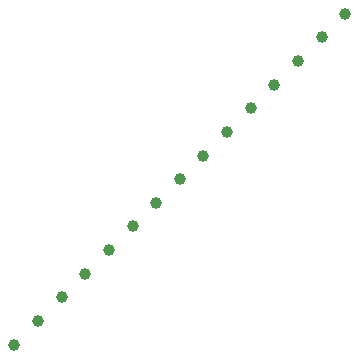
<source format=gbr>
G04 Examples for testing time performance of Gerber parsers*
%FSLAX26Y26*%
%MOMM*%
%ADD10C,1*%
%LPD*%
D10*
X0Y0D03*
X2000000Y2000000D03*
X4000000Y4000000D03*
X6000000Y6000000D03*
X8000000Y8000000D03*
X10000000Y10000000D03*
X12000000Y12000000D03*
X14000000Y14000000D03*
X16000000Y16000000D03*
X18000000Y18000000D03*
X20000000Y20000000D03*
X22000000Y22000000D03*
X24000000Y24000000D03*
X26000000Y26000000D03*
X28000000Y28000000D03*
M02*

</source>
